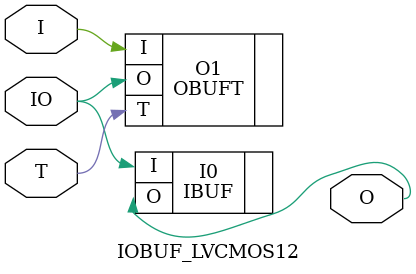
<source format=v>


`timescale  1 ps / 1 ps


module IOBUF_LVCMOS12 (O, IO, I, T);

    output O;

    inout  IO;

    input  I, T;

        OBUFT #(.IOSTANDARD("LVCMOS12") ) O1 (.O(IO), .I(I), .T(T)); 
	IBUF #(.IOSTANDARD("LVCMOS12"))  I0 (.O(O), .I(IO));
        

endmodule



</source>
